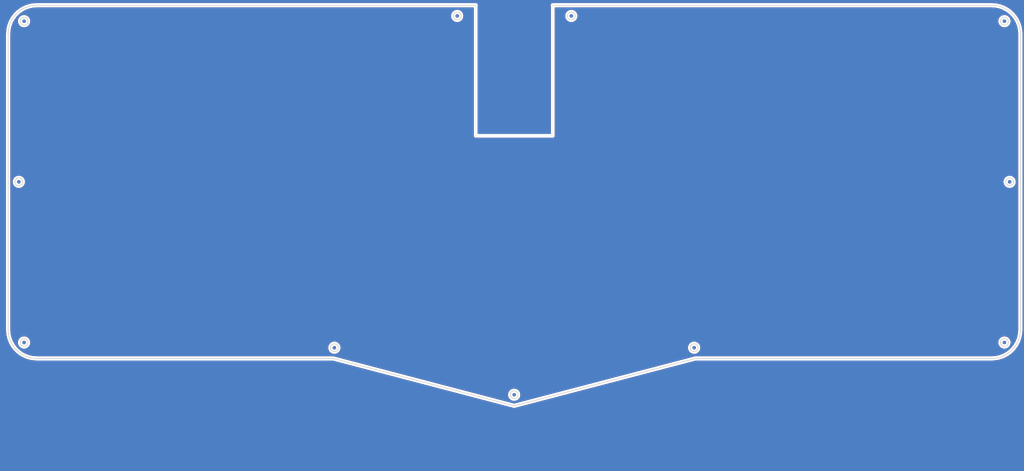
<source format=kicad_pcb>
(kicad_pcb (version 20171130) (host pcbnew "(5.1.0)-1")

  (general
    (thickness 1.6)
    (drawings 26)
    (tracks 0)
    (zones 0)
    (modules 0)
    (nets 1)
  )

  (page A3)
  (layers
    (0 F.Cu signal)
    (31 B.Cu signal)
    (32 B.Adhes user)
    (33 F.Adhes user)
    (34 B.Paste user)
    (35 F.Paste user)
    (36 B.SilkS user)
    (37 F.SilkS user)
    (38 B.Mask user)
    (39 F.Mask user)
    (40 Dwgs.User user)
    (41 Cmts.User user)
    (42 Eco1.User user)
    (43 Eco2.User user)
    (44 Edge.Cuts user)
    (45 Margin user)
    (46 B.CrtYd user)
    (47 F.CrtYd user)
    (48 B.Fab user)
    (49 F.Fab user)
  )

  (setup
    (last_trace_width 0.25)
    (trace_clearance 0.2)
    (zone_clearance 0.508)
    (zone_45_only no)
    (trace_min 0.2)
    (via_size 0.8)
    (via_drill 0.4)
    (via_min_size 0.4)
    (via_min_drill 0.3)
    (uvia_size 0.3)
    (uvia_drill 0.1)
    (uvias_allowed no)
    (uvia_min_size 0.2)
    (uvia_min_drill 0.1)
    (edge_width 0.05)
    (segment_width 0.2)
    (pcb_text_width 0.3)
    (pcb_text_size 1.5 1.5)
    (mod_edge_width 0.12)
    (mod_text_size 1 1)
    (mod_text_width 0.15)
    (pad_size 1.524 1.524)
    (pad_drill 0.762)
    (pad_to_mask_clearance 0.051)
    (solder_mask_min_width 0.25)
    (aux_axis_origin 0 0)
    (visible_elements 7FFFFFFF)
    (pcbplotparams
      (layerselection 0x010f0_ffffffff)
      (usegerberextensions false)
      (usegerberattributes false)
      (usegerberadvancedattributes false)
      (creategerberjobfile false)
      (excludeedgelayer true)
      (linewidth 0.150000)
      (plotframeref false)
      (viasonmask false)
      (mode 1)
      (useauxorigin false)
      (hpglpennumber 1)
      (hpglpenspeed 20)
      (hpglpendiameter 15.000000)
      (psnegative false)
      (psa4output false)
      (plotreference true)
      (plotvalue true)
      (plotinvisibletext false)
      (padsonsilk false)
      (subtractmaskfromsilk false)
      (outputformat 1)
      (mirror false)
      (drillshape 0)
      (scaleselection 1)
      (outputdirectory ""))
  )

  (net 0 "")

  (net_class Default "This is the default net class."
    (clearance 0.2)
    (trace_width 0.25)
    (via_dia 0.8)
    (via_drill 0.4)
    (uvia_dia 0.3)
    (uvia_drill 0.1)
  )

  (gr_line (start 144.001095 66.67528) (end 165.614295 66.67528) (layer Edge.Cuts) (width 0.05) (tstamp 5D14F68A))
  (gr_line (start 144.001095 30.044339) (end 144.001095 66.67528) (layer Edge.Cuts) (width 0.05))
  (gr_line (start 165.614295 30.044339) (end 165.614295 66.67528) (layer Edge.Cuts) (width 0.05))
  (gr_line (start 104.019646 129.110639) (end 21.001095 129.110639) (layer Edge.Cuts) (width 0.2))
  (gr_arc (start 21.001094 38.044338) (end 21.001095 30.044339) (angle -90) (layer Edge.Cuts) (width 0.2))
  (gr_circle (center 292.149828 34.508805) (end 293.249828 34.508805) (layer Edge.Cuts) (width 0.2))
  (gr_circle (center 170.795795 33.044339) (end 171.895795 33.044339) (layer Edge.Cuts) (width 0.2))
  (gr_line (start 296.614295 38.044339) (end 296.614295 121.110639) (layer Edge.Cuts) (width 0.2))
  (gr_line (start 288.614295 129.110639) (end 205.596166 129.110639) (layer Edge.Cuts) (width 0.2))
  (gr_line (start 154.781505 142.404782) (end 104.019646 129.110639) (layer Edge.Cuts) (width 0.2))
  (gr_line (start 13.001094 121.110639) (end 13.001094 38.044339) (layer Edge.Cuts) (width 0.2))
  (gr_circle (center 138.819696 33.044339) (end 139.919696 33.044339) (layer Edge.Cuts) (width 0.2))
  (gr_line (start 21.001095 30.044339) (end 144.001095 30.044339) (layer Edge.Cuts) (width 0.2))
  (gr_circle (center 17.465561 34.508805) (end 18.565561 34.508805) (layer Edge.Cuts) (width 0.2))
  (gr_arc (start 288.614295 121.110638) (end 288.614295 129.110639) (angle -90) (layer Edge.Cuts) (width 0.2))
  (gr_line (start 165.614295 30.044339) (end 288.614295 30.044339) (layer Edge.Cuts) (width 0.2))
  (gr_arc (start 21.001095 121.110639) (end 13.001095 121.110639) (angle -90) (layer Edge.Cuts) (width 0.2))
  (gr_arc (start 288.614295 38.044339) (end 296.614295 38.044339) (angle -90) (layer Edge.Cuts) (width 0.2))
  (gr_line (start 205.596166 129.110639) (end 154.781505 142.404782) (layer Edge.Cuts) (width 0.2))
  (gr_circle (center 16.001095 79.577489) (end 17.101094 79.577489) (layer Edge.Cuts) (width 0.2))
  (gr_circle (center 104.40597 126.110639) (end 105.50597 126.110639) (layer Edge.Cuts) (width 0.2))
  (gr_circle (center 17.465561 124.646172) (end 18.565561 124.646172) (layer Edge.Cuts) (width 0.2))
  (gr_circle (center 292.149828 124.646172) (end 293.249828 124.646172) (layer Edge.Cuts) (width 0.2))
  (gr_circle (center 205.21023 126.110639) (end 206.31023 126.110639) (layer Edge.Cuts) (width 0.2))
  (gr_circle (center 293.614295 79.577489) (end 294.714295 79.577489) (layer Edge.Cuts) (width 0.2))
  (gr_circle (center 154.7819 139.30371) (end 155.8819 139.30371) (layer Edge.Cuts) (width 0.2))

  (zone (net 0) (net_name "") (layer F.Cu) (tstamp 0) (hatch edge 0.508)
    (connect_pads (clearance 0.508))
    (min_thickness 0.254)
    (fill yes (arc_segments 32) (thermal_gap 0.508) (thermal_bridge_width 0.508))
    (polygon
      (pts
        (xy 297.6575 28.57512) (xy 10.71567 28.57512) (xy 10.71567 160.73505) (xy 297.6575 160.73505)
      )
    )
    (filled_polygon
      (pts
        (xy 297.5305 160.60805) (xy 10.84267 160.60805) (xy 10.84267 121.146743) (xy 12.266094 121.146743) (xy 12.266379 121.149636)
        (xy 12.267105 121.242071) (xy 12.268465 121.259355) (xy 12.268193 121.276686) (xy 12.269823 121.299718) (xy 12.367329 122.425536)
        (xy 12.37365 122.465444) (xy 12.378711 122.505506) (xy 12.383571 122.528079) (xy 12.638734 123.628926) (xy 12.65061 123.667528)
        (xy 12.66127 123.706495) (xy 12.669261 123.728158) (xy 13.076989 124.782069) (xy 13.094192 124.818627) (xy 13.11023 124.855688)
        (xy 13.121194 124.876009) (xy 13.673351 125.861958) (xy 13.695528 125.895719) (xy 13.716634 125.93016) (xy 13.730352 125.948734)
        (xy 14.415922 126.847045) (xy 14.442635 126.877345) (xy 14.468383 126.908469) (xy 14.484581 126.924924) (xy 15.289886 127.717677)
        (xy 15.320599 127.743908) (xy 15.350477 127.771095) (xy 15.368832 127.785103) (xy 16.277802 128.456478) (xy 16.31192 128.47813)
        (xy 16.345316 128.500826) (xy 16.365461 128.512108) (xy 17.35996 129.048711) (xy 17.396786 129.065339) (xy 17.43305 129.083104)
        (xy 17.454584 129.091436) (xy 18.51477 129.482559) (xy 18.553577 129.493834) (xy 18.591976 129.50631) (xy 18.614469 129.511524)
        (xy 19.719188 129.749364) (xy 19.75918 129.755055) (xy 19.79897 129.762) (xy 19.821974 129.763993) (xy 20.939134 129.843092)
        (xy 20.96499 129.845639) (xy 103.925 129.845639) (xy 154.532852 143.099449) (xy 154.539972 143.102726) (xy 154.602791 143.117765)
        (xy 154.63022 143.124949) (xy 154.637917 143.126175) (xy 154.680776 143.136436) (xy 154.709238 143.137536) (xy 154.737372 143.142018)
        (xy 154.781414 143.140327) (xy 154.825449 143.142029) (xy 154.853581 143.137555) (xy 154.882047 143.136462) (xy 154.92491 143.126212)
        (xy 154.932605 143.124988) (xy 154.960026 143.117814) (xy 155.02286 143.102788) (xy 155.029983 143.099512) (xy 205.690723 129.845639)
        (xy 288.6504 129.845639) (xy 288.653282 129.845355) (xy 288.745727 129.844629) (xy 288.763011 129.843269) (xy 288.780342 129.843541)
        (xy 288.803374 129.841911) (xy 289.929192 129.744405) (xy 289.9691 129.738084) (xy 290.009162 129.733023) (xy 290.031735 129.728163)
        (xy 291.132582 129.473) (xy 291.171187 129.461123) (xy 291.210151 129.450464) (xy 291.231814 129.442473) (xy 292.285726 129.034745)
        (xy 292.322277 129.017545) (xy 292.359346 129.001504) (xy 292.379666 128.99054) (xy 293.365614 128.438383) (xy 293.399372 128.416208)
        (xy 293.433817 128.3951) (xy 293.45239 128.381382) (xy 294.350703 127.695811) (xy 294.381005 127.669096) (xy 294.412126 127.64335)
        (xy 294.428581 127.627152) (xy 295.221332 126.821848) (xy 295.24756 126.79114) (xy 295.274751 126.761257) (xy 295.288759 126.742902)
        (xy 295.960135 125.833932) (xy 295.981781 125.799823) (xy 296.004483 125.766418) (xy 296.015766 125.746272) (xy 296.552368 124.751773)
        (xy 296.568994 124.714951) (xy 296.586761 124.678683) (xy 296.595093 124.657149) (xy 296.986216 123.596963) (xy 296.997491 123.558156)
        (xy 297.009967 123.519757) (xy 297.015181 123.497264) (xy 297.253021 122.392545) (xy 297.258712 122.352553) (xy 297.265657 122.312763)
        (xy 297.26765 122.289759) (xy 297.346752 121.172567) (xy 297.349295 121.146744) (xy 297.349295 38.008234) (xy 297.349011 38.005352)
        (xy 297.348285 37.912907) (xy 297.346925 37.895623) (xy 297.347197 37.878292) (xy 297.345567 37.85526) (xy 297.248061 36.729443)
        (xy 297.241741 36.689539) (xy 297.236679 36.649472) (xy 297.231819 36.626899) (xy 296.976656 35.526052) (xy 296.964782 35.487455)
        (xy 296.95412 35.448482) (xy 296.946128 35.42682) (xy 296.538401 34.372909) (xy 296.521201 34.336358) (xy 296.50516 34.299289)
        (xy 296.494196 34.278969) (xy 295.942039 33.29302) (xy 295.919864 33.259262) (xy 295.898756 33.224817) (xy 295.885038 33.206244)
        (xy 295.199468 32.307932) (xy 295.172744 32.277619) (xy 295.147008 32.24651) (xy 295.13081 32.230055) (xy 294.325504 31.437301)
        (xy 294.294775 31.411056) (xy 294.264912 31.383883) (xy 294.246557 31.369874) (xy 293.337588 30.6985) (xy 293.303484 30.676857)
        (xy 293.270074 30.654152) (xy 293.249928 30.642869) (xy 292.25543 30.106267) (xy 292.218616 30.089645) (xy 292.182341 30.071874)
        (xy 292.160806 30.063542) (xy 291.10062 29.672419) (xy 291.061824 29.661148) (xy 291.023414 29.648668) (xy 291.000921 29.643454)
        (xy 289.896202 29.405614) (xy 289.85621 29.399923) (xy 289.81642 29.392978) (xy 289.793416 29.390985) (xy 288.676256 29.311886)
        (xy 288.6504 29.309339) (xy 165.57819 29.309339) (xy 165.47021 29.319974) (xy 165.331662 29.362002) (xy 165.203975 29.430252)
        (xy 165.092057 29.522101) (xy 165.000208 29.634019) (xy 164.931958 29.761706) (xy 164.88993 29.900254) (xy 164.875739 30.044339)
        (xy 164.88993 30.188424) (xy 164.931958 30.326972) (xy 164.954295 30.368762) (xy 164.954296 66.01528) (xy 144.661095 66.01528)
        (xy 144.661095 30.368762) (xy 144.683432 30.326972) (xy 144.72546 30.188424) (xy 144.739651 30.044339) (xy 144.72546 29.900254)
        (xy 144.683432 29.761706) (xy 144.615182 29.634019) (xy 144.523333 29.522101) (xy 144.411415 29.430252) (xy 144.283728 29.362002)
        (xy 144.14518 29.319974) (xy 144.0372 29.309339) (xy 20.96499 29.309339) (xy 20.962108 29.309623) (xy 20.869663 29.310349)
        (xy 20.852379 29.311709) (xy 20.835048 29.311437) (xy 20.812016 29.313067) (xy 19.686199 29.410573) (xy 19.646299 29.416893)
        (xy 19.606227 29.421955) (xy 19.583655 29.426815) (xy 18.482809 29.681978) (xy 18.444196 29.693857) (xy 18.405241 29.704514)
        (xy 18.383578 29.712505) (xy 17.329665 30.120232) (xy 17.293104 30.137437) (xy 17.256045 30.153473) (xy 17.235724 30.164437)
        (xy 16.249777 30.716594) (xy 16.21601 30.738775) (xy 16.181575 30.759877) (xy 16.163002 30.773595) (xy 15.264688 31.459166)
        (xy 15.234386 31.485881) (xy 15.203265 31.511627) (xy 15.18681 31.527825) (xy 14.394058 32.333129) (xy 14.367812 32.363859)
        (xy 14.340641 32.39372) (xy 14.326632 32.412075) (xy 13.655256 33.321044) (xy 13.63361 33.355153) (xy 13.610908 33.388558)
        (xy 13.599625 33.408704) (xy 13.063022 34.403204) (xy 13.046397 34.440026) (xy 13.02863 34.476292) (xy 13.020298 34.497827)
        (xy 12.629175 35.558012) (xy 12.617904 35.596808) (xy 12.605424 35.635218) (xy 12.60021 35.657711) (xy 12.36237 36.76243)
        (xy 12.356679 36.802422) (xy 12.349734 36.842212) (xy 12.347741 36.865216) (xy 12.268641 37.982383) (xy 12.266095 38.008234)
        (xy 12.266094 121.146743) (xy 10.84267 121.146743) (xy 10.84267 28.70212) (xy 297.5305 28.70212)
      )
    )
    (filled_polygon
      (pts
        (xy 143.341096 66.642851) (xy 143.337902 66.67528) (xy 143.350645 66.804663) (xy 143.388385 66.929073) (xy 143.44967 67.04373)
        (xy 143.532147 67.144228) (xy 143.632645 67.226705) (xy 143.747302 67.28799) (xy 143.871712 67.32573) (xy 143.968676 67.33528)
        (xy 144.001095 67.338473) (xy 144.033514 67.33528) (xy 165.581876 67.33528) (xy 165.614295 67.338473) (xy 165.646714 67.33528)
        (xy 165.743678 67.32573) (xy 165.868088 67.28799) (xy 165.982745 67.226705) (xy 166.083243 67.144228) (xy 166.16572 67.04373)
        (xy 166.227005 66.929073) (xy 166.264745 66.804663) (xy 166.277488 66.67528) (xy 166.274295 66.642861) (xy 166.274295 33.070239)
        (xy 168.940976 33.070239) (xy 168.981331 33.430015) (xy 169.090799 33.775101) (xy 169.265209 34.092353) (xy 169.49792 34.369686)
        (xy 169.780065 34.596537) (xy 170.1009 34.764265) (xy 170.448203 34.866482) (xy 170.808745 34.899294) (xy 171.168795 34.861451)
        (xy 171.514636 34.754395) (xy 171.833098 34.582204) (xy 171.890514 34.534705) (xy 290.295009 34.534705) (xy 290.335364 34.894481)
        (xy 290.444832 35.239567) (xy 290.619242 35.556819) (xy 290.851953 35.834152) (xy 291.134098 36.061003) (xy 291.454933 36.228731)
        (xy 291.802236 36.330948) (xy 292.162778 36.36376) (xy 292.522828 36.325917) (xy 292.868669 36.218861) (xy 293.187131 36.04667)
        (xy 293.466082 35.815901) (xy 293.694897 35.535346) (xy 293.864861 35.215691) (xy 293.9695 34.86911) (xy 294.004828 34.508805)
        (xy 294.004105 34.45701) (xy 293.95873 34.097833) (xy 293.844455 33.754309) (xy 293.665632 33.439523) (xy 293.429072 33.165466)
        (xy 293.143787 32.942577) (xy 292.820642 32.779344) (xy 292.471945 32.681987) (xy 292.11098 32.654212) (xy 291.751494 32.697078)
        (xy 291.407181 32.808952) (xy 291.091154 32.985573) (xy 290.815453 33.220214) (xy 290.590577 33.503936) (xy 290.425093 33.825934)
        (xy 290.325303 34.173942) (xy 290.295009 34.534705) (xy 171.890514 34.534705) (xy 172.112049 34.351435) (xy 172.340864 34.07088)
        (xy 172.510828 33.751225) (xy 172.615467 33.404644) (xy 172.650795 33.044339) (xy 172.650072 32.992544) (xy 172.604697 32.633367)
        (xy 172.490422 32.289843) (xy 172.311599 31.975057) (xy 172.075039 31.701) (xy 171.789754 31.478111) (xy 171.466609 31.314878)
        (xy 171.117912 31.217521) (xy 170.756947 31.189746) (xy 170.397461 31.232612) (xy 170.053148 31.344486) (xy 169.737121 31.521107)
        (xy 169.46142 31.755748) (xy 169.236544 32.03947) (xy 169.07106 32.361468) (xy 168.97127 32.709476) (xy 168.940976 33.070239)
        (xy 166.274295 33.070239) (xy 166.274295 30.779339) (xy 288.588301 30.779339) (xy 289.637686 30.85364) (xy 290.640651 31.069573)
        (xy 291.603193 31.424673) (xy 292.50609 31.91185) (xy 293.331339 32.521388) (xy 294.062472 33.241125) (xy 294.684896 34.056695)
        (xy 295.186197 34.951835) (xy 295.556374 35.908682) (xy 295.788033 36.908126) (xy 295.878558 37.953338) (xy 295.879295 38.047184)
        (xy 295.879296 121.084644) (xy 295.804995 122.134029) (xy 295.589062 123.136994) (xy 295.233963 124.099534) (xy 294.746783 125.002436)
        (xy 294.137246 125.827683) (xy 293.417508 126.558817) (xy 292.601938 127.18124) (xy 291.7068 127.682541) (xy 290.749952 128.052718)
        (xy 289.750508 128.284377) (xy 288.705297 128.374902) (xy 288.61145 128.375639) (xy 205.610344 128.375639) (xy 205.552221 128.373392)
        (xy 205.50235 128.381323) (xy 205.452081 128.386274) (xy 205.396397 128.403166) (xy 154.781604 141.64502) (xy 145.940529 139.32961)
        (xy 152.927081 139.32961) (xy 152.967436 139.689386) (xy 153.076904 140.034472) (xy 153.251314 140.351724) (xy 153.484025 140.629057)
        (xy 153.76617 140.855908) (xy 154.087005 141.023636) (xy 154.434308 141.125853) (xy 154.79485 141.158665) (xy 155.1549 141.120822)
        (xy 155.500741 141.013766) (xy 155.819203 140.841575) (xy 156.098154 140.610806) (xy 156.326969 140.330251) (xy 156.496933 140.010596)
        (xy 156.601572 139.664015) (xy 156.6369 139.30371) (xy 156.636177 139.251915) (xy 156.590802 138.892738) (xy 156.476527 138.549214)
        (xy 156.297704 138.234428) (xy 156.061144 137.960371) (xy 155.775859 137.737482) (xy 155.452714 137.574249) (xy 155.104017 137.476892)
        (xy 154.743052 137.449117) (xy 154.383566 137.491983) (xy 154.039253 137.603857) (xy 153.723226 137.780478) (xy 153.447525 138.015119)
        (xy 153.222649 138.298841) (xy 153.057165 138.620839) (xy 152.957375 138.968847) (xy 152.927081 139.32961) (xy 145.940529 139.32961)
        (xy 104.219526 128.403199) (xy 104.163731 128.386274) (xy 104.113551 128.381332) (xy 104.063778 128.373403) (xy 104.005554 128.375639)
        (xy 21.027089 128.375639) (xy 19.977704 128.301338) (xy 18.974739 128.085405) (xy 18.012199 127.730306) (xy 17.109301 127.243129)
        (xy 16.284051 126.63359) (xy 15.552919 125.913853) (xy 14.930492 125.098279) (xy 14.691806 124.672072) (xy 15.610742 124.672072)
        (xy 15.651097 125.031848) (xy 15.760565 125.376934) (xy 15.934975 125.694186) (xy 16.167686 125.971519) (xy 16.449831 126.19837)
        (xy 16.770666 126.366098) (xy 17.117969 126.468315) (xy 17.478511 126.501127) (xy 17.838561 126.463284) (xy 18.184402 126.356228)
        (xy 18.502864 126.184037) (xy 18.560279 126.136539) (xy 102.551151 126.136539) (xy 102.591506 126.496315) (xy 102.700974 126.841401)
        (xy 102.875384 127.158653) (xy 103.108095 127.435986) (xy 103.39024 127.662837) (xy 103.711075 127.830565) (xy 104.058378 127.932782)
        (xy 104.41892 127.965594) (xy 104.77897 127.927751) (xy 105.124811 127.820695) (xy 105.443273 127.648504) (xy 105.722224 127.417735)
        (xy 105.951039 127.13718) (xy 106.121003 126.817525) (xy 106.225642 126.470944) (xy 106.25843 126.136539) (xy 203.355411 126.136539)
        (xy 203.395766 126.496315) (xy 203.505234 126.841401) (xy 203.679644 127.158653) (xy 203.912355 127.435986) (xy 204.1945 127.662837)
        (xy 204.515335 127.830565) (xy 204.862638 127.932782) (xy 205.22318 127.965594) (xy 205.58323 127.927751) (xy 205.929071 127.820695)
        (xy 206.247533 127.648504) (xy 206.526484 127.417735) (xy 206.755299 127.13718) (xy 206.925263 126.817525) (xy 207.029902 126.470944)
        (xy 207.06523 126.110639) (xy 207.064507 126.058844) (xy 207.019132 125.699667) (xy 206.904857 125.356143) (xy 206.726034 125.041357)
        (xy 206.489474 124.7673) (xy 206.367588 124.672072) (xy 290.295009 124.672072) (xy 290.335364 125.031848) (xy 290.444832 125.376934)
        (xy 290.619242 125.694186) (xy 290.851953 125.971519) (xy 291.134098 126.19837) (xy 291.454933 126.366098) (xy 291.802236 126.468315)
        (xy 292.162778 126.501127) (xy 292.522828 126.463284) (xy 292.868669 126.356228) (xy 293.187131 126.184037) (xy 293.466082 125.953268)
        (xy 293.694897 125.672713) (xy 293.864861 125.353058) (xy 293.9695 125.006477) (xy 294.004828 124.646172) (xy 294.004105 124.594377)
        (xy 293.95873 124.2352) (xy 293.844455 123.891676) (xy 293.665632 123.57689) (xy 293.429072 123.302833) (xy 293.143787 123.079944)
        (xy 292.820642 122.916711) (xy 292.471945 122.819354) (xy 292.11098 122.791579) (xy 291.751494 122.834445) (xy 291.407181 122.946319)
        (xy 291.091154 123.12294) (xy 290.815453 123.357581) (xy 290.590577 123.641303) (xy 290.425093 123.963301) (xy 290.325303 124.311309)
        (xy 290.295009 124.672072) (xy 206.367588 124.672072) (xy 206.204189 124.544411) (xy 205.881044 124.381178) (xy 205.532347 124.283821)
        (xy 205.171382 124.256046) (xy 204.811896 124.298912) (xy 204.467583 124.410786) (xy 204.151556 124.587407) (xy 203.875855 124.822048)
        (xy 203.650979 125.10577) (xy 203.485495 125.427768) (xy 203.385705 125.775776) (xy 203.355411 126.136539) (xy 106.25843 126.136539)
        (xy 106.26097 126.110639) (xy 106.260247 126.058844) (xy 106.214872 125.699667) (xy 106.100597 125.356143) (xy 105.921774 125.041357)
        (xy 105.685214 124.7673) (xy 105.399929 124.544411) (xy 105.076784 124.381178) (xy 104.728087 124.283821) (xy 104.367122 124.256046)
        (xy 104.007636 124.298912) (xy 103.663323 124.410786) (xy 103.347296 124.587407) (xy 103.071595 124.822048) (xy 102.846719 125.10577)
        (xy 102.681235 125.427768) (xy 102.581445 125.775776) (xy 102.551151 126.136539) (xy 18.560279 126.136539) (xy 18.781815 125.953268)
        (xy 19.01063 125.672713) (xy 19.180594 125.353058) (xy 19.285233 125.006477) (xy 19.320561 124.646172) (xy 19.319838 124.594377)
        (xy 19.274463 124.2352) (xy 19.160188 123.891676) (xy 18.981365 123.57689) (xy 18.744805 123.302833) (xy 18.45952 123.079944)
        (xy 18.136375 122.916711) (xy 17.787678 122.819354) (xy 17.426713 122.791579) (xy 17.067227 122.834445) (xy 16.722914 122.946319)
        (xy 16.406887 123.12294) (xy 16.131186 123.357581) (xy 15.90631 123.641303) (xy 15.740826 123.963301) (xy 15.641036 124.311309)
        (xy 15.610742 124.672072) (xy 14.691806 124.672072) (xy 14.42919 124.203138) (xy 14.059016 123.246296) (xy 13.827357 122.246852)
        (xy 13.736832 121.201641) (xy 13.736094 121.107667) (xy 13.736094 79.603389) (xy 14.146277 79.603389) (xy 14.186632 79.963165)
        (xy 14.2961 80.308251) (xy 14.47051 80.625502) (xy 14.70322 80.902835) (xy 14.985366 81.129686) (xy 15.3062 81.297414)
        (xy 15.653503 81.399631) (xy 16.014045 81.432443) (xy 16.374094 81.3946) (xy 16.719936 81.287544) (xy 17.038397 81.115353)
        (xy 17.317348 80.884585) (xy 17.546163 80.60403) (xy 17.716127 80.284374) (xy 17.820766 79.937794) (xy 17.853554 79.603389)
        (xy 291.759476 79.603389) (xy 291.799831 79.963165) (xy 291.909299 80.308251) (xy 292.083709 80.625503) (xy 292.31642 80.902836)
        (xy 292.598565 81.129687) (xy 292.9194 81.297415) (xy 293.266703 81.399632) (xy 293.627245 81.432444) (xy 293.987295 81.394601)
        (xy 294.333136 81.287545) (xy 294.651598 81.115354) (xy 294.930549 80.884585) (xy 295.159364 80.60403) (xy 295.329328 80.284375)
        (xy 295.433967 79.937794) (xy 295.469295 79.577489) (xy 295.468572 79.525694) (xy 295.423197 79.166517) (xy 295.308922 78.822993)
        (xy 295.130099 78.508207) (xy 294.893539 78.23415) (xy 294.608254 78.011261) (xy 294.285109 77.848028) (xy 293.936412 77.750671)
        (xy 293.575447 77.722896) (xy 293.215961 77.765762) (xy 292.871648 77.877636) (xy 292.555621 78.054257) (xy 292.27992 78.288898)
        (xy 292.055044 78.57262) (xy 291.88956 78.894618) (xy 291.78977 79.242626) (xy 291.759476 79.603389) (xy 17.853554 79.603389)
        (xy 17.856094 79.577489) (xy 17.855371 79.525694) (xy 17.809996 79.166517) (xy 17.695721 78.822993) (xy 17.516898 78.508208)
        (xy 17.280339 78.234151) (xy 16.995053 78.011262) (xy 16.671908 77.848029) (xy 16.323212 77.750672) (xy 15.962247 77.722897)
        (xy 15.602761 77.765763) (xy 15.258448 77.877637) (xy 14.942422 78.054258) (xy 14.66672 78.288898) (xy 14.441845 78.572621)
        (xy 14.276361 78.894618) (xy 14.176571 79.242626) (xy 14.146277 79.603389) (xy 13.736094 79.603389) (xy 13.736094 38.070346)
        (xy 13.810396 37.020946) (xy 14.026329 36.017982) (xy 14.381428 35.055442) (xy 14.662402 34.534705) (xy 15.610742 34.534705)
        (xy 15.651097 34.894481) (xy 15.760565 35.239567) (xy 15.934975 35.556819) (xy 16.167686 35.834152) (xy 16.449831 36.061003)
        (xy 16.770666 36.228731) (xy 17.117969 36.330948) (xy 17.478511 36.36376) (xy 17.838561 36.325917) (xy 18.184402 36.218861)
        (xy 18.502864 36.04667) (xy 18.781815 35.815901) (xy 19.01063 35.535346) (xy 19.180594 35.215691) (xy 19.285233 34.86911)
        (xy 19.320561 34.508805) (xy 19.319838 34.45701) (xy 19.274463 34.097833) (xy 19.160188 33.754309) (xy 18.981365 33.439523)
        (xy 18.744805 33.165466) (xy 18.62292 33.070239) (xy 136.964877 33.070239) (xy 137.005232 33.430015) (xy 137.1147 33.775101)
        (xy 137.28911 34.092353) (xy 137.521821 34.369686) (xy 137.803966 34.596537) (xy 138.124801 34.764265) (xy 138.472104 34.866482)
        (xy 138.832646 34.899294) (xy 139.192696 34.861451) (xy 139.538537 34.754395) (xy 139.856999 34.582204) (xy 140.13595 34.351435)
        (xy 140.364765 34.07088) (xy 140.534729 33.751225) (xy 140.639368 33.404644) (xy 140.674696 33.044339) (xy 140.673973 32.992544)
        (xy 140.628598 32.633367) (xy 140.514323 32.289843) (xy 140.3355 31.975057) (xy 140.09894 31.701) (xy 139.813655 31.478111)
        (xy 139.49051 31.314878) (xy 139.141813 31.217521) (xy 138.780848 31.189746) (xy 138.421362 31.232612) (xy 138.077049 31.344486)
        (xy 137.761022 31.521107) (xy 137.485321 31.755748) (xy 137.260445 32.03947) (xy 137.094961 32.361468) (xy 136.995171 32.709476)
        (xy 136.964877 33.070239) (xy 18.62292 33.070239) (xy 18.45952 32.942577) (xy 18.136375 32.779344) (xy 17.787678 32.681987)
        (xy 17.426713 32.654212) (xy 17.067227 32.697078) (xy 16.722914 32.808952) (xy 16.406887 32.985573) (xy 16.131186 33.220214)
        (xy 15.90631 33.503936) (xy 15.740826 33.825934) (xy 15.641036 34.173942) (xy 15.610742 34.534705) (xy 14.662402 34.534705)
        (xy 14.868606 34.152543) (xy 15.478148 33.327291) (xy 16.197877 32.596165) (xy 17.013456 31.973735) (xy 17.908591 31.472436)
        (xy 18.865439 31.10226) (xy 19.864882 30.870601) (xy 20.910094 30.780076) (xy 21.00394 30.779339) (xy 143.341095 30.779339)
      )
    )
    (filled_polygon
      (pts
        (xy 154.855293 138.946165) (xy 154.923343 138.96723) (xy 154.986005 139.001111) (xy 155.040893 139.046519) (xy 155.085916 139.101722)
        (xy 155.119359 139.164619) (xy 155.139949 139.232814) (xy 155.1469 139.30371) (xy 155.146758 139.313901) (xy 155.13783 139.384575)
        (xy 155.115344 139.452169) (xy 155.080158 139.514108) (xy 155.033611 139.568033) (xy 154.977477 139.61189) (xy 154.913893 139.644008)
        (xy 154.845282 139.663165) (xy 154.774256 139.66863) (xy 154.703522 139.660195) (xy 154.635773 139.638182) (xy 154.57359 139.603429)
        (xy 154.519341 139.55726) (xy 154.475093 139.501433) (xy 154.442532 139.438075) (xy 154.422896 139.369599) (xy 154.416936 139.298614)
        (xy 154.424876 139.227822) (xy 154.446416 139.159921) (xy 154.480734 139.097497) (xy 154.526523 139.042927) (xy 154.582039 138.998291)
        (xy 154.645169 138.965288) (xy 154.713506 138.945175) (xy 154.784448 138.938719)
      )
    )
    (filled_polygon
      (pts
        (xy 205.283623 125.753094) (xy 205.351673 125.774159) (xy 205.414335 125.80804) (xy 205.469223 125.853448) (xy 205.514246 125.908651)
        (xy 205.547689 125.971548) (xy 205.568279 126.039743) (xy 205.57523 126.110639) (xy 205.575088 126.12083) (xy 205.56616 126.191504)
        (xy 205.543674 126.259098) (xy 205.508488 126.321037) (xy 205.461941 126.374962) (xy 205.405807 126.418819) (xy 205.342223 126.450937)
        (xy 205.273612 126.470094) (xy 205.202586 126.475559) (xy 205.131852 126.467124) (xy 205.064103 126.445111) (xy 205.00192 126.410358)
        (xy 204.947671 126.364189) (xy 204.903423 126.308362) (xy 204.870862 126.245004) (xy 204.851226 126.176528) (xy 204.845266 126.105543)
        (xy 204.853206 126.034751) (xy 204.874746 125.96685) (xy 204.909064 125.904426) (xy 204.954853 125.849856) (xy 205.010369 125.80522)
        (xy 205.073499 125.772217) (xy 205.141836 125.752104) (xy 205.212778 125.745648)
      )
    )
    (filled_polygon
      (pts
        (xy 104.479363 125.753094) (xy 104.547413 125.774159) (xy 104.610075 125.80804) (xy 104.664963 125.853448) (xy 104.709986 125.908651)
        (xy 104.743429 125.971548) (xy 104.764019 126.039743) (xy 104.77097 126.110639) (xy 104.770828 126.12083) (xy 104.7619 126.191504)
        (xy 104.739414 126.259098) (xy 104.704228 126.321037) (xy 104.657681 126.374962) (xy 104.601547 126.418819) (xy 104.537963 126.450937)
        (xy 104.469352 126.470094) (xy 104.398326 126.475559) (xy 104.327592 126.467124) (xy 104.259843 126.445111) (xy 104.19766 126.410358)
        (xy 104.143411 126.364189) (xy 104.099163 126.308362) (xy 104.066602 126.245004) (xy 104.046966 126.176528) (xy 104.041006 126.105543)
        (xy 104.048946 126.034751) (xy 104.070486 125.96685) (xy 104.104804 125.904426) (xy 104.150593 125.849856) (xy 104.206109 125.80522)
        (xy 104.269239 125.772217) (xy 104.337576 125.752104) (xy 104.408518 125.745648)
      )
    )
    (filled_polygon
      (pts
        (xy 17.538954 124.288627) (xy 17.607004 124.309692) (xy 17.669666 124.343573) (xy 17.724554 124.388981) (xy 17.769577 124.444184)
        (xy 17.80302 124.507081) (xy 17.82361 124.575276) (xy 17.830561 124.646172) (xy 17.830419 124.656363) (xy 17.821491 124.727037)
        (xy 17.799005 124.794631) (xy 17.763819 124.85657) (xy 17.717272 124.910495) (xy 17.661138 124.954352) (xy 17.597554 124.98647)
        (xy 17.528943 125.005627) (xy 17.457917 125.011092) (xy 17.387183 125.002657) (xy 17.319434 124.980644) (xy 17.257251 124.945891)
        (xy 17.203002 124.899722) (xy 17.158754 124.843895) (xy 17.126193 124.780537) (xy 17.106557 124.712061) (xy 17.100597 124.641076)
        (xy 17.108537 124.570284) (xy 17.130077 124.502383) (xy 17.164395 124.439959) (xy 17.210184 124.385389) (xy 17.2657 124.340753)
        (xy 17.32883 124.30775) (xy 17.397167 124.287637) (xy 17.468109 124.281181)
      )
    )
    (filled_polygon
      (pts
        (xy 292.223221 124.288627) (xy 292.291271 124.309692) (xy 292.353933 124.343573) (xy 292.408821 124.388981) (xy 292.453844 124.444184)
        (xy 292.487287 124.507081) (xy 292.507877 124.575276) (xy 292.514828 124.646172) (xy 292.514686 124.656363) (xy 292.505758 124.727037)
        (xy 292.483272 124.794631) (xy 292.448086 124.85657) (xy 292.401539 124.910495) (xy 292.345405 124.954352) (xy 292.281821 124.98647)
        (xy 292.21321 125.005627) (xy 292.142184 125.011092) (xy 292.07145 125.002657) (xy 292.003701 124.980644) (xy 291.941518 124.945891)
        (xy 291.887269 124.899722) (xy 291.843021 124.843895) (xy 291.81046 124.780537) (xy 291.790824 124.712061) (xy 291.784864 124.641076)
        (xy 291.792804 124.570284) (xy 291.814344 124.502383) (xy 291.848662 124.439959) (xy 291.894451 124.385389) (xy 291.949967 124.340753)
        (xy 292.013097 124.30775) (xy 292.081434 124.287637) (xy 292.152376 124.281181)
      )
    )
    (filled_polygon
      (pts
        (xy 293.687688 79.219944) (xy 293.755738 79.241009) (xy 293.8184 79.27489) (xy 293.873288 79.320298) (xy 293.918311 79.375501)
        (xy 293.951754 79.438398) (xy 293.972344 79.506593) (xy 293.979295 79.577489) (xy 293.979153 79.58768) (xy 293.970225 79.658354)
        (xy 293.947739 79.725948) (xy 293.912553 79.787887) (xy 293.866006 79.841812) (xy 293.809872 79.885669) (xy 293.746288 79.917787)
        (xy 293.677677 79.936944) (xy 293.606651 79.942409) (xy 293.535917 79.933974) (xy 293.468168 79.911961) (xy 293.405985 79.877208)
        (xy 293.351736 79.831039) (xy 293.307488 79.775212) (xy 293.274927 79.711854) (xy 293.255291 79.643378) (xy 293.249331 79.572393)
        (xy 293.257271 79.501601) (xy 293.278811 79.4337) (xy 293.313129 79.371276) (xy 293.358918 79.316706) (xy 293.414434 79.27207)
        (xy 293.477564 79.239067) (xy 293.545901 79.218954) (xy 293.616843 79.212498)
      )
    )
    (filled_polygon
      (pts
        (xy 16.074488 79.219945) (xy 16.142538 79.24101) (xy 16.2052 79.274891) (xy 16.260088 79.320298) (xy 16.30511 79.375502)
        (xy 16.338553 79.438399) (xy 16.359143 79.506594) (xy 16.366094 79.577489) (xy 16.365952 79.58768) (xy 16.357024 79.658354)
        (xy 16.334538 79.725947) (xy 16.299352 79.787886) (xy 16.252805 79.841811) (xy 16.196671 79.885668) (xy 16.133088 79.917786)
        (xy 16.064476 79.936943) (xy 15.993451 79.942408) (xy 15.922717 79.933973) (xy 15.854968 79.91196) (xy 15.792785 79.877208)
        (xy 15.738537 79.831039) (xy 15.694289 79.775212) (xy 15.661728 79.711854) (xy 15.642092 79.643378) (xy 15.636132 79.572393)
        (xy 15.644072 79.501601) (xy 15.665612 79.433701) (xy 15.699929 79.371277) (xy 15.745719 79.316707) (xy 15.801235 79.272071)
        (xy 15.864364 79.239068) (xy 15.932701 79.218955) (xy 16.003643 79.212499)
      )
    )
    (filled_polygon
      (pts
        (xy 292.223221 34.15126) (xy 292.291271 34.172325) (xy 292.353933 34.206206) (xy 292.408821 34.251614) (xy 292.453844 34.306817)
        (xy 292.487287 34.369714) (xy 292.507877 34.437909) (xy 292.514828 34.508805) (xy 292.514686 34.518996) (xy 292.505758 34.58967)
        (xy 292.483272 34.657264) (xy 292.448086 34.719203) (xy 292.401539 34.773128) (xy 292.345405 34.816985) (xy 292.281821 34.849103)
        (xy 292.21321 34.86826) (xy 292.142184 34.873725) (xy 292.07145 34.86529) (xy 292.003701 34.843277) (xy 291.941518 34.808524)
        (xy 291.887269 34.762355) (xy 291.843021 34.706528) (xy 291.81046 34.64317) (xy 291.790824 34.574694) (xy 291.784864 34.503709)
        (xy 291.792804 34.432917) (xy 291.814344 34.365016) (xy 291.848662 34.302592) (xy 291.894451 34.248022) (xy 291.949967 34.203386)
        (xy 292.013097 34.170383) (xy 292.081434 34.15027) (xy 292.152376 34.143814)
      )
    )
    (filled_polygon
      (pts
        (xy 17.538954 34.15126) (xy 17.607004 34.172325) (xy 17.669666 34.206206) (xy 17.724554 34.251614) (xy 17.769577 34.306817)
        (xy 17.80302 34.369714) (xy 17.82361 34.437909) (xy 17.830561 34.508805) (xy 17.830419 34.518996) (xy 17.821491 34.58967)
        (xy 17.799005 34.657264) (xy 17.763819 34.719203) (xy 17.717272 34.773128) (xy 17.661138 34.816985) (xy 17.597554 34.849103)
        (xy 17.528943 34.86826) (xy 17.457917 34.873725) (xy 17.387183 34.86529) (xy 17.319434 34.843277) (xy 17.257251 34.808524)
        (xy 17.203002 34.762355) (xy 17.158754 34.706528) (xy 17.126193 34.64317) (xy 17.106557 34.574694) (xy 17.100597 34.503709)
        (xy 17.108537 34.432917) (xy 17.130077 34.365016) (xy 17.164395 34.302592) (xy 17.210184 34.248022) (xy 17.2657 34.203386)
        (xy 17.32883 34.170383) (xy 17.397167 34.15027) (xy 17.468109 34.143814)
      )
    )
    (filled_polygon
      (pts
        (xy 138.893089 32.686794) (xy 138.961139 32.707859) (xy 139.023801 32.74174) (xy 139.078689 32.787148) (xy 139.123712 32.842351)
        (xy 139.157155 32.905248) (xy 139.177745 32.973443) (xy 139.184696 33.044339) (xy 139.184554 33.05453) (xy 139.175626 33.125204)
        (xy 139.15314 33.192798) (xy 139.117954 33.254737) (xy 139.071407 33.308662) (xy 139.015273 33.352519) (xy 138.951689 33.384637)
        (xy 138.883078 33.403794) (xy 138.812052 33.409259) (xy 138.741318 33.400824) (xy 138.673569 33.378811) (xy 138.611386 33.344058)
        (xy 138.557137 33.297889) (xy 138.512889 33.242062) (xy 138.480328 33.178704) (xy 138.460692 33.110228) (xy 138.454732 33.039243)
        (xy 138.462672 32.968451) (xy 138.484212 32.90055) (xy 138.51853 32.838126) (xy 138.564319 32.783556) (xy 138.619835 32.73892)
        (xy 138.682965 32.705917) (xy 138.751302 32.685804) (xy 138.822244 32.679348)
      )
    )
    (filled_polygon
      (pts
        (xy 170.869188 32.686794) (xy 170.937238 32.707859) (xy 170.9999 32.74174) (xy 171.054788 32.787148) (xy 171.099811 32.842351)
        (xy 171.133254 32.905248) (xy 171.153844 32.973443) (xy 171.160795 33.044339) (xy 171.160653 33.05453) (xy 171.151725 33.125204)
        (xy 171.129239 33.192798) (xy 171.094053 33.254737) (xy 171.047506 33.308662) (xy 170.991372 33.352519) (xy 170.927788 33.384637)
        (xy 170.859177 33.403794) (xy 170.788151 33.409259) (xy 170.717417 33.400824) (xy 170.649668 33.378811) (xy 170.587485 33.344058)
        (xy 170.533236 33.297889) (xy 170.488988 33.242062) (xy 170.456427 33.178704) (xy 170.436791 33.110228) (xy 170.430831 33.039243)
        (xy 170.438771 32.968451) (xy 170.460311 32.90055) (xy 170.494629 32.838126) (xy 170.540418 32.783556) (xy 170.595934 32.73892)
        (xy 170.659064 32.705917) (xy 170.727401 32.685804) (xy 170.798343 32.679348)
      )
    )
  )
  (zone (net 0) (net_name "") (layer B.Cu) (tstamp 0) (hatch edge 0.508)
    (connect_pads (clearance 0.508))
    (min_thickness 0.254)
    (fill yes (arc_segments 32) (thermal_gap 0.508) (thermal_bridge_width 0.508))
    (polygon
      (pts
        (xy 297.6575 28.57512) (xy 297.6575 160.73505) (xy 10.71567 160.73505) (xy 10.71567 28.57512)
      )
    )
    (filled_polygon
      (pts
        (xy 297.5305 160.60805) (xy 10.84267 160.60805) (xy 10.84267 121.146743) (xy 12.266094 121.146743) (xy 12.266379 121.149636)
        (xy 12.267105 121.242071) (xy 12.268465 121.259355) (xy 12.268193 121.276686) (xy 12.269823 121.299718) (xy 12.367329 122.425536)
        (xy 12.37365 122.465444) (xy 12.378711 122.505506) (xy 12.383571 122.528079) (xy 12.638734 123.628926) (xy 12.65061 123.667528)
        (xy 12.66127 123.706495) (xy 12.669261 123.728158) (xy 13.076989 124.782069) (xy 13.094192 124.818627) (xy 13.11023 124.855688)
        (xy 13.121194 124.876009) (xy 13.673351 125.861958) (xy 13.695528 125.895719) (xy 13.716634 125.93016) (xy 13.730352 125.948734)
        (xy 14.415922 126.847045) (xy 14.442635 126.877345) (xy 14.468383 126.908469) (xy 14.484581 126.924924) (xy 15.289886 127.717677)
        (xy 15.320599 127.743908) (xy 15.350477 127.771095) (xy 15.368832 127.785103) (xy 16.277802 128.456478) (xy 16.31192 128.47813)
        (xy 16.345316 128.500826) (xy 16.365461 128.512108) (xy 17.35996 129.048711) (xy 17.396786 129.065339) (xy 17.43305 129.083104)
        (xy 17.454584 129.091436) (xy 18.51477 129.482559) (xy 18.553577 129.493834) (xy 18.591976 129.50631) (xy 18.614469 129.511524)
        (xy 19.719188 129.749364) (xy 19.75918 129.755055) (xy 19.79897 129.762) (xy 19.821974 129.763993) (xy 20.939134 129.843092)
        (xy 20.96499 129.845639) (xy 103.925 129.845639) (xy 154.532852 143.099449) (xy 154.539972 143.102726) (xy 154.602791 143.117765)
        (xy 154.63022 143.124949) (xy 154.637917 143.126175) (xy 154.680776 143.136436) (xy 154.709238 143.137536) (xy 154.737372 143.142018)
        (xy 154.781414 143.140327) (xy 154.825449 143.142029) (xy 154.853581 143.137555) (xy 154.882047 143.136462) (xy 154.92491 143.126212)
        (xy 154.932605 143.124988) (xy 154.960026 143.117814) (xy 155.02286 143.102788) (xy 155.029983 143.099512) (xy 205.690723 129.845639)
        (xy 288.6504 129.845639) (xy 288.653282 129.845355) (xy 288.745727 129.844629) (xy 288.763011 129.843269) (xy 288.780342 129.843541)
        (xy 288.803374 129.841911) (xy 289.929192 129.744405) (xy 289.9691 129.738084) (xy 290.009162 129.733023) (xy 290.031735 129.728163)
        (xy 291.132582 129.473) (xy 291.171187 129.461123) (xy 291.210151 129.450464) (xy 291.231814 129.442473) (xy 292.285726 129.034745)
        (xy 292.322277 129.017545) (xy 292.359346 129.001504) (xy 292.379666 128.99054) (xy 293.365614 128.438383) (xy 293.399372 128.416208)
        (xy 293.433817 128.3951) (xy 293.45239 128.381382) (xy 294.350703 127.695811) (xy 294.381005 127.669096) (xy 294.412126 127.64335)
        (xy 294.428581 127.627152) (xy 295.221332 126.821848) (xy 295.24756 126.79114) (xy 295.274751 126.761257) (xy 295.288759 126.742902)
        (xy 295.960135 125.833932) (xy 295.981781 125.799823) (xy 296.004483 125.766418) (xy 296.015766 125.746272) (xy 296.552368 124.751773)
        (xy 296.568994 124.714951) (xy 296.586761 124.678683) (xy 296.595093 124.657149) (xy 296.986216 123.596963) (xy 296.997491 123.558156)
        (xy 297.009967 123.519757) (xy 297.015181 123.497264) (xy 297.253021 122.392545) (xy 297.258712 122.352553) (xy 297.265657 122.312763)
        (xy 297.26765 122.289759) (xy 297.346752 121.172567) (xy 297.349295 121.146744) (xy 297.349295 38.008234) (xy 297.349011 38.005352)
        (xy 297.348285 37.912907) (xy 297.346925 37.895623) (xy 297.347197 37.878292) (xy 297.345567 37.85526) (xy 297.248061 36.729443)
        (xy 297.241741 36.689539) (xy 297.236679 36.649472) (xy 297.231819 36.626899) (xy 296.976656 35.526052) (xy 296.964782 35.487455)
        (xy 296.95412 35.448482) (xy 296.946128 35.42682) (xy 296.538401 34.372909) (xy 296.521201 34.336358) (xy 296.50516 34.299289)
        (xy 296.494196 34.278969) (xy 295.942039 33.29302) (xy 295.919864 33.259262) (xy 295.898756 33.224817) (xy 295.885038 33.206244)
        (xy 295.199468 32.307932) (xy 295.172744 32.277619) (xy 295.147008 32.24651) (xy 295.13081 32.230055) (xy 294.325504 31.437301)
        (xy 294.294775 31.411056) (xy 294.264912 31.383883) (xy 294.246557 31.369874) (xy 293.337588 30.6985) (xy 293.303484 30.676857)
        (xy 293.270074 30.654152) (xy 293.249928 30.642869) (xy 292.25543 30.106267) (xy 292.218616 30.089645) (xy 292.182341 30.071874)
        (xy 292.160806 30.063542) (xy 291.10062 29.672419) (xy 291.061824 29.661148) (xy 291.023414 29.648668) (xy 291.000921 29.643454)
        (xy 289.896202 29.405614) (xy 289.85621 29.399923) (xy 289.81642 29.392978) (xy 289.793416 29.390985) (xy 288.676256 29.311886)
        (xy 288.6504 29.309339) (xy 165.57819 29.309339) (xy 165.47021 29.319974) (xy 165.331662 29.362002) (xy 165.203975 29.430252)
        (xy 165.092057 29.522101) (xy 165.000208 29.634019) (xy 164.931958 29.761706) (xy 164.88993 29.900254) (xy 164.875739 30.044339)
        (xy 164.88993 30.188424) (xy 164.931958 30.326972) (xy 164.954295 30.368762) (xy 164.954296 66.01528) (xy 144.661095 66.01528)
        (xy 144.661095 30.368762) (xy 144.683432 30.326972) (xy 144.72546 30.188424) (xy 144.739651 30.044339) (xy 144.72546 29.900254)
        (xy 144.683432 29.761706) (xy 144.615182 29.634019) (xy 144.523333 29.522101) (xy 144.411415 29.430252) (xy 144.283728 29.362002)
        (xy 144.14518 29.319974) (xy 144.0372 29.309339) (xy 20.96499 29.309339) (xy 20.962108 29.309623) (xy 20.869663 29.310349)
        (xy 20.852379 29.311709) (xy 20.835048 29.311437) (xy 20.812016 29.313067) (xy 19.686199 29.410573) (xy 19.646299 29.416893)
        (xy 19.606227 29.421955) (xy 19.583655 29.426815) (xy 18.482809 29.681978) (xy 18.444196 29.693857) (xy 18.405241 29.704514)
        (xy 18.383578 29.712505) (xy 17.329665 30.120232) (xy 17.293104 30.137437) (xy 17.256045 30.153473) (xy 17.235724 30.164437)
        (xy 16.249777 30.716594) (xy 16.21601 30.738775) (xy 16.181575 30.759877) (xy 16.163002 30.773595) (xy 15.264688 31.459166)
        (xy 15.234386 31.485881) (xy 15.203265 31.511627) (xy 15.18681 31.527825) (xy 14.394058 32.333129) (xy 14.367812 32.363859)
        (xy 14.340641 32.39372) (xy 14.326632 32.412075) (xy 13.655256 33.321044) (xy 13.63361 33.355153) (xy 13.610908 33.388558)
        (xy 13.599625 33.408704) (xy 13.063022 34.403204) (xy 13.046397 34.440026) (xy 13.02863 34.476292) (xy 13.020298 34.497827)
        (xy 12.629175 35.558012) (xy 12.617904 35.596808) (xy 12.605424 35.635218) (xy 12.60021 35.657711) (xy 12.36237 36.76243)
        (xy 12.356679 36.802422) (xy 12.349734 36.842212) (xy 12.347741 36.865216) (xy 12.268641 37.982383) (xy 12.266095 38.008234)
        (xy 12.266094 121.146743) (xy 10.84267 121.146743) (xy 10.84267 28.70212) (xy 297.5305 28.70212)
      )
    )
    (filled_polygon
      (pts
        (xy 143.341096 66.642851) (xy 143.337902 66.67528) (xy 143.350645 66.804663) (xy 143.388385 66.929073) (xy 143.44967 67.04373)
        (xy 143.532147 67.144228) (xy 143.632645 67.226705) (xy 143.747302 67.28799) (xy 143.871712 67.32573) (xy 143.968676 67.33528)
        (xy 144.001095 67.338473) (xy 144.033514 67.33528) (xy 165.581876 67.33528) (xy 165.614295 67.338473) (xy 165.646714 67.33528)
        (xy 165.743678 67.32573) (xy 165.868088 67.28799) (xy 165.982745 67.226705) (xy 166.083243 67.144228) (xy 166.16572 67.04373)
        (xy 166.227005 66.929073) (xy 166.264745 66.804663) (xy 166.277488 66.67528) (xy 166.274295 66.642861) (xy 166.274295 33.070239)
        (xy 168.940976 33.070239) (xy 168.981331 33.430015) (xy 169.090799 33.775101) (xy 169.265209 34.092353) (xy 169.49792 34.369686)
        (xy 169.780065 34.596537) (xy 170.1009 34.764265) (xy 170.448203 34.866482) (xy 170.808745 34.899294) (xy 171.168795 34.861451)
        (xy 171.514636 34.754395) (xy 171.833098 34.582204) (xy 171.890514 34.534705) (xy 290.295009 34.534705) (xy 290.335364 34.894481)
        (xy 290.444832 35.239567) (xy 290.619242 35.556819) (xy 290.851953 35.834152) (xy 291.134098 36.061003) (xy 291.454933 36.228731)
        (xy 291.802236 36.330948) (xy 292.162778 36.36376) (xy 292.522828 36.325917) (xy 292.868669 36.218861) (xy 293.187131 36.04667)
        (xy 293.466082 35.815901) (xy 293.694897 35.535346) (xy 293.864861 35.215691) (xy 293.9695 34.86911) (xy 294.004828 34.508805)
        (xy 294.004105 34.45701) (xy 293.95873 34.097833) (xy 293.844455 33.754309) (xy 293.665632 33.439523) (xy 293.429072 33.165466)
        (xy 293.143787 32.942577) (xy 292.820642 32.779344) (xy 292.471945 32.681987) (xy 292.11098 32.654212) (xy 291.751494 32.697078)
        (xy 291.407181 32.808952) (xy 291.091154 32.985573) (xy 290.815453 33.220214) (xy 290.590577 33.503936) (xy 290.425093 33.825934)
        (xy 290.325303 34.173942) (xy 290.295009 34.534705) (xy 171.890514 34.534705) (xy 172.112049 34.351435) (xy 172.340864 34.07088)
        (xy 172.510828 33.751225) (xy 172.615467 33.404644) (xy 172.650795 33.044339) (xy 172.650072 32.992544) (xy 172.604697 32.633367)
        (xy 172.490422 32.289843) (xy 172.311599 31.975057) (xy 172.075039 31.701) (xy 171.789754 31.478111) (xy 171.466609 31.314878)
        (xy 171.117912 31.217521) (xy 170.756947 31.189746) (xy 170.397461 31.232612) (xy 170.053148 31.344486) (xy 169.737121 31.521107)
        (xy 169.46142 31.755748) (xy 169.236544 32.03947) (xy 169.07106 32.361468) (xy 168.97127 32.709476) (xy 168.940976 33.070239)
        (xy 166.274295 33.070239) (xy 166.274295 30.779339) (xy 288.588301 30.779339) (xy 289.637686 30.85364) (xy 290.640651 31.069573)
        (xy 291.603193 31.424673) (xy 292.50609 31.91185) (xy 293.331339 32.521388) (xy 294.062472 33.241125) (xy 294.684896 34.056695)
        (xy 295.186197 34.951835) (xy 295.556374 35.908682) (xy 295.788033 36.908126) (xy 295.878558 37.953338) (xy 295.879295 38.047184)
        (xy 295.879296 121.084644) (xy 295.804995 122.134029) (xy 295.589062 123.136994) (xy 295.233963 124.099534) (xy 294.746783 125.002436)
        (xy 294.137246 125.827683) (xy 293.417508 126.558817) (xy 292.601938 127.18124) (xy 291.7068 127.682541) (xy 290.749952 128.052718)
        (xy 289.750508 128.284377) (xy 288.705297 128.374902) (xy 288.61145 128.375639) (xy 205.610344 128.375639) (xy 205.552221 128.373392)
        (xy 205.50235 128.381323) (xy 205.452081 128.386274) (xy 205.396397 128.403166) (xy 154.781604 141.64502) (xy 145.940529 139.32961)
        (xy 152.927081 139.32961) (xy 152.967436 139.689386) (xy 153.076904 140.034472) (xy 153.251314 140.351724) (xy 153.484025 140.629057)
        (xy 153.76617 140.855908) (xy 154.087005 141.023636) (xy 154.434308 141.125853) (xy 154.79485 141.158665) (xy 155.1549 141.120822)
        (xy 155.500741 141.013766) (xy 155.819203 140.841575) (xy 156.098154 140.610806) (xy 156.326969 140.330251) (xy 156.496933 140.010596)
        (xy 156.601572 139.664015) (xy 156.6369 139.30371) (xy 156.636177 139.251915) (xy 156.590802 138.892738) (xy 156.476527 138.549214)
        (xy 156.297704 138.234428) (xy 156.061144 137.960371) (xy 155.775859 137.737482) (xy 155.452714 137.574249) (xy 155.104017 137.476892)
        (xy 154.743052 137.449117) (xy 154.383566 137.491983) (xy 154.039253 137.603857) (xy 153.723226 137.780478) (xy 153.447525 138.015119)
        (xy 153.222649 138.298841) (xy 153.057165 138.620839) (xy 152.957375 138.968847) (xy 152.927081 139.32961) (xy 145.940529 139.32961)
        (xy 104.219526 128.403199) (xy 104.163731 128.386274) (xy 104.113551 128.381332) (xy 104.063778 128.373403) (xy 104.005554 128.375639)
        (xy 21.027089 128.375639) (xy 19.977704 128.301338) (xy 18.974739 128.085405) (xy 18.012199 127.730306) (xy 17.109301 127.243129)
        (xy 16.284051 126.63359) (xy 15.552919 125.913853) (xy 14.930492 125.098279) (xy 14.691806 124.672072) (xy 15.610742 124.672072)
        (xy 15.651097 125.031848) (xy 15.760565 125.376934) (xy 15.934975 125.694186) (xy 16.167686 125.971519) (xy 16.449831 126.19837)
        (xy 16.770666 126.366098) (xy 17.117969 126.468315) (xy 17.478511 126.501127) (xy 17.838561 126.463284) (xy 18.184402 126.356228)
        (xy 18.502864 126.184037) (xy 18.560279 126.136539) (xy 102.551151 126.136539) (xy 102.591506 126.496315) (xy 102.700974 126.841401)
        (xy 102.875384 127.158653) (xy 103.108095 127.435986) (xy 103.39024 127.662837) (xy 103.711075 127.830565) (xy 104.058378 127.932782)
        (xy 104.41892 127.965594) (xy 104.77897 127.927751) (xy 105.124811 127.820695) (xy 105.443273 127.648504) (xy 105.722224 127.417735)
        (xy 105.951039 127.13718) (xy 106.121003 126.817525) (xy 106.225642 126.470944) (xy 106.25843 126.136539) (xy 203.355411 126.136539)
        (xy 203.395766 126.496315) (xy 203.505234 126.841401) (xy 203.679644 127.158653) (xy 203.912355 127.435986) (xy 204.1945 127.662837)
        (xy 204.515335 127.830565) (xy 204.862638 127.932782) (xy 205.22318 127.965594) (xy 205.58323 127.927751) (xy 205.929071 127.820695)
        (xy 206.247533 127.648504) (xy 206.526484 127.417735) (xy 206.755299 127.13718) (xy 206.925263 126.817525) (xy 207.029902 126.470944)
        (xy 207.06523 126.110639) (xy 207.064507 126.058844) (xy 207.019132 125.699667) (xy 206.904857 125.356143) (xy 206.726034 125.041357)
        (xy 206.489474 124.7673) (xy 206.367588 124.672072) (xy 290.295009 124.672072) (xy 290.335364 125.031848) (xy 290.444832 125.376934)
        (xy 290.619242 125.694186) (xy 290.851953 125.971519) (xy 291.134098 126.19837) (xy 291.454933 126.366098) (xy 291.802236 126.468315)
        (xy 292.162778 126.501127) (xy 292.522828 126.463284) (xy 292.868669 126.356228) (xy 293.187131 126.184037) (xy 293.466082 125.953268)
        (xy 293.694897 125.672713) (xy 293.864861 125.353058) (xy 293.9695 125.006477) (xy 294.004828 124.646172) (xy 294.004105 124.594377)
        (xy 293.95873 124.2352) (xy 293.844455 123.891676) (xy 293.665632 123.57689) (xy 293.429072 123.302833) (xy 293.143787 123.079944)
        (xy 292.820642 122.916711) (xy 292.471945 122.819354) (xy 292.11098 122.791579) (xy 291.751494 122.834445) (xy 291.407181 122.946319)
        (xy 291.091154 123.12294) (xy 290.815453 123.357581) (xy 290.590577 123.641303) (xy 290.425093 123.963301) (xy 290.325303 124.311309)
        (xy 290.295009 124.672072) (xy 206.367588 124.672072) (xy 206.204189 124.544411) (xy 205.881044 124.381178) (xy 205.532347 124.283821)
        (xy 205.171382 124.256046) (xy 204.811896 124.298912) (xy 204.467583 124.410786) (xy 204.151556 124.587407) (xy 203.875855 124.822048)
        (xy 203.650979 125.10577) (xy 203.485495 125.427768) (xy 203.385705 125.775776) (xy 203.355411 126.136539) (xy 106.25843 126.136539)
        (xy 106.26097 126.110639) (xy 106.260247 126.058844) (xy 106.214872 125.699667) (xy 106.100597 125.356143) (xy 105.921774 125.041357)
        (xy 105.685214 124.7673) (xy 105.399929 124.544411) (xy 105.076784 124.381178) (xy 104.728087 124.283821) (xy 104.367122 124.256046)
        (xy 104.007636 124.298912) (xy 103.663323 124.410786) (xy 103.347296 124.587407) (xy 103.071595 124.822048) (xy 102.846719 125.10577)
        (xy 102.681235 125.427768) (xy 102.581445 125.775776) (xy 102.551151 126.136539) (xy 18.560279 126.136539) (xy 18.781815 125.953268)
        (xy 19.01063 125.672713) (xy 19.180594 125.353058) (xy 19.285233 125.006477) (xy 19.320561 124.646172) (xy 19.319838 124.594377)
        (xy 19.274463 124.2352) (xy 19.160188 123.891676) (xy 18.981365 123.57689) (xy 18.744805 123.302833) (xy 18.45952 123.079944)
        (xy 18.136375 122.916711) (xy 17.787678 122.819354) (xy 17.426713 122.791579) (xy 17.067227 122.834445) (xy 16.722914 122.946319)
        (xy 16.406887 123.12294) (xy 16.131186 123.357581) (xy 15.90631 123.641303) (xy 15.740826 123.963301) (xy 15.641036 124.311309)
        (xy 15.610742 124.672072) (xy 14.691806 124.672072) (xy 14.42919 124.203138) (xy 14.059016 123.246296) (xy 13.827357 122.246852)
        (xy 13.736832 121.201641) (xy 13.736094 121.107667) (xy 13.736094 79.603389) (xy 14.146277 79.603389) (xy 14.186632 79.963165)
        (xy 14.2961 80.308251) (xy 14.47051 80.625502) (xy 14.70322 80.902835) (xy 14.985366 81.129686) (xy 15.3062 81.297414)
        (xy 15.653503 81.399631) (xy 16.014045 81.432443) (xy 16.374094 81.3946) (xy 16.719936 81.287544) (xy 17.038397 81.115353)
        (xy 17.317348 80.884585) (xy 17.546163 80.60403) (xy 17.716127 80.284374) (xy 17.820766 79.937794) (xy 17.853554 79.603389)
        (xy 291.759476 79.603389) (xy 291.799831 79.963165) (xy 291.909299 80.308251) (xy 292.083709 80.625503) (xy 292.31642 80.902836)
        (xy 292.598565 81.129687) (xy 292.9194 81.297415) (xy 293.266703 81.399632) (xy 293.627245 81.432444) (xy 293.987295 81.394601)
        (xy 294.333136 81.287545) (xy 294.651598 81.115354) (xy 294.930549 80.884585) (xy 295.159364 80.60403) (xy 295.329328 80.284375)
        (xy 295.433967 79.937794) (xy 295.469295 79.577489) (xy 295.468572 79.525694) (xy 295.423197 79.166517) (xy 295.308922 78.822993)
        (xy 295.130099 78.508207) (xy 294.893539 78.23415) (xy 294.608254 78.011261) (xy 294.285109 77.848028) (xy 293.936412 77.750671)
        (xy 293.575447 77.722896) (xy 293.215961 77.765762) (xy 292.871648 77.877636) (xy 292.555621 78.054257) (xy 292.27992 78.288898)
        (xy 292.055044 78.57262) (xy 291.88956 78.894618) (xy 291.78977 79.242626) (xy 291.759476 79.603389) (xy 17.853554 79.603389)
        (xy 17.856094 79.577489) (xy 17.855371 79.525694) (xy 17.809996 79.166517) (xy 17.695721 78.822993) (xy 17.516898 78.508208)
        (xy 17.280339 78.234151) (xy 16.995053 78.011262) (xy 16.671908 77.848029) (xy 16.323212 77.750672) (xy 15.962247 77.722897)
        (xy 15.602761 77.765763) (xy 15.258448 77.877637) (xy 14.942422 78.054258) (xy 14.66672 78.288898) (xy 14.441845 78.572621)
        (xy 14.276361 78.894618) (xy 14.176571 79.242626) (xy 14.146277 79.603389) (xy 13.736094 79.603389) (xy 13.736094 38.070346)
        (xy 13.810396 37.020946) (xy 14.026329 36.017982) (xy 14.381428 35.055442) (xy 14.662402 34.534705) (xy 15.610742 34.534705)
        (xy 15.651097 34.894481) (xy 15.760565 35.239567) (xy 15.934975 35.556819) (xy 16.167686 35.834152) (xy 16.449831 36.061003)
        (xy 16.770666 36.228731) (xy 17.117969 36.330948) (xy 17.478511 36.36376) (xy 17.838561 36.325917) (xy 18.184402 36.218861)
        (xy 18.502864 36.04667) (xy 18.781815 35.815901) (xy 19.01063 35.535346) (xy 19.180594 35.215691) (xy 19.285233 34.86911)
        (xy 19.320561 34.508805) (xy 19.319838 34.45701) (xy 19.274463 34.097833) (xy 19.160188 33.754309) (xy 18.981365 33.439523)
        (xy 18.744805 33.165466) (xy 18.62292 33.070239) (xy 136.964877 33.070239) (xy 137.005232 33.430015) (xy 137.1147 33.775101)
        (xy 137.28911 34.092353) (xy 137.521821 34.369686) (xy 137.803966 34.596537) (xy 138.124801 34.764265) (xy 138.472104 34.866482)
        (xy 138.832646 34.899294) (xy 139.192696 34.861451) (xy 139.538537 34.754395) (xy 139.856999 34.582204) (xy 140.13595 34.351435)
        (xy 140.364765 34.07088) (xy 140.534729 33.751225) (xy 140.639368 33.404644) (xy 140.674696 33.044339) (xy 140.673973 32.992544)
        (xy 140.628598 32.633367) (xy 140.514323 32.289843) (xy 140.3355 31.975057) (xy 140.09894 31.701) (xy 139.813655 31.478111)
        (xy 139.49051 31.314878) (xy 139.141813 31.217521) (xy 138.780848 31.189746) (xy 138.421362 31.232612) (xy 138.077049 31.344486)
        (xy 137.761022 31.521107) (xy 137.485321 31.755748) (xy 137.260445 32.03947) (xy 137.094961 32.361468) (xy 136.995171 32.709476)
        (xy 136.964877 33.070239) (xy 18.62292 33.070239) (xy 18.45952 32.942577) (xy 18.136375 32.779344) (xy 17.787678 32.681987)
        (xy 17.426713 32.654212) (xy 17.067227 32.697078) (xy 16.722914 32.808952) (xy 16.406887 32.985573) (xy 16.131186 33.220214)
        (xy 15.90631 33.503936) (xy 15.740826 33.825934) (xy 15.641036 34.173942) (xy 15.610742 34.534705) (xy 14.662402 34.534705)
        (xy 14.868606 34.152543) (xy 15.478148 33.327291) (xy 16.197877 32.596165) (xy 17.013456 31.973735) (xy 17.908591 31.472436)
        (xy 18.865439 31.10226) (xy 19.864882 30.870601) (xy 20.910094 30.780076) (xy 21.00394 30.779339) (xy 143.341095 30.779339)
      )
    )
    (filled_polygon
      (pts
        (xy 154.855293 138.946165) (xy 154.923343 138.96723) (xy 154.986005 139.001111) (xy 155.040893 139.046519) (xy 155.085916 139.101722)
        (xy 155.119359 139.164619) (xy 155.139949 139.232814) (xy 155.1469 139.30371) (xy 155.146758 139.313901) (xy 155.13783 139.384575)
        (xy 155.115344 139.452169) (xy 155.080158 139.514108) (xy 155.033611 139.568033) (xy 154.977477 139.61189) (xy 154.913893 139.644008)
        (xy 154.845282 139.663165) (xy 154.774256 139.66863) (xy 154.703522 139.660195) (xy 154.635773 139.638182) (xy 154.57359 139.603429)
        (xy 154.519341 139.55726) (xy 154.475093 139.501433) (xy 154.442532 139.438075) (xy 154.422896 139.369599) (xy 154.416936 139.298614)
        (xy 154.424876 139.227822) (xy 154.446416 139.159921) (xy 154.480734 139.097497) (xy 154.526523 139.042927) (xy 154.582039 138.998291)
        (xy 154.645169 138.965288) (xy 154.713506 138.945175) (xy 154.784448 138.938719)
      )
    )
    (filled_polygon
      (pts
        (xy 205.283623 125.753094) (xy 205.351673 125.774159) (xy 205.414335 125.80804) (xy 205.469223 125.853448) (xy 205.514246 125.908651)
        (xy 205.547689 125.971548) (xy 205.568279 126.039743) (xy 205.57523 126.110639) (xy 205.575088 126.12083) (xy 205.56616 126.191504)
        (xy 205.543674 126.259098) (xy 205.508488 126.321037) (xy 205.461941 126.374962) (xy 205.405807 126.418819) (xy 205.342223 126.450937)
        (xy 205.273612 126.470094) (xy 205.202586 126.475559) (xy 205.131852 126.467124) (xy 205.064103 126.445111) (xy 205.00192 126.410358)
        (xy 204.947671 126.364189) (xy 204.903423 126.308362) (xy 204.870862 126.245004) (xy 204.851226 126.176528) (xy 204.845266 126.105543)
        (xy 204.853206 126.034751) (xy 204.874746 125.96685) (xy 204.909064 125.904426) (xy 204.954853 125.849856) (xy 205.010369 125.80522)
        (xy 205.073499 125.772217) (xy 205.141836 125.752104) (xy 205.212778 125.745648)
      )
    )
    (filled_polygon
      (pts
        (xy 104.479363 125.753094) (xy 104.547413 125.774159) (xy 104.610075 125.80804) (xy 104.664963 125.853448) (xy 104.709986 125.908651)
        (xy 104.743429 125.971548) (xy 104.764019 126.039743) (xy 104.77097 126.110639) (xy 104.770828 126.12083) (xy 104.7619 126.191504)
        (xy 104.739414 126.259098) (xy 104.704228 126.321037) (xy 104.657681 126.374962) (xy 104.601547 126.418819) (xy 104.537963 126.450937)
        (xy 104.469352 126.470094) (xy 104.398326 126.475559) (xy 104.327592 126.467124) (xy 104.259843 126.445111) (xy 104.19766 126.410358)
        (xy 104.143411 126.364189) (xy 104.099163 126.308362) (xy 104.066602 126.245004) (xy 104.046966 126.176528) (xy 104.041006 126.105543)
        (xy 104.048946 126.034751) (xy 104.070486 125.96685) (xy 104.104804 125.904426) (xy 104.150593 125.849856) (xy 104.206109 125.80522)
        (xy 104.269239 125.772217) (xy 104.337576 125.752104) (xy 104.408518 125.745648)
      )
    )
    (filled_polygon
      (pts
        (xy 17.538954 124.288627) (xy 17.607004 124.309692) (xy 17.669666 124.343573) (xy 17.724554 124.388981) (xy 17.769577 124.444184)
        (xy 17.80302 124.507081) (xy 17.82361 124.575276) (xy 17.830561 124.646172) (xy 17.830419 124.656363) (xy 17.821491 124.727037)
        (xy 17.799005 124.794631) (xy 17.763819 124.85657) (xy 17.717272 124.910495) (xy 17.661138 124.954352) (xy 17.597554 124.98647)
        (xy 17.528943 125.005627) (xy 17.457917 125.011092) (xy 17.387183 125.002657) (xy 17.319434 124.980644) (xy 17.257251 124.945891)
        (xy 17.203002 124.899722) (xy 17.158754 124.843895) (xy 17.126193 124.780537) (xy 17.106557 124.712061) (xy 17.100597 124.641076)
        (xy 17.108537 124.570284) (xy 17.130077 124.502383) (xy 17.164395 124.439959) (xy 17.210184 124.385389) (xy 17.2657 124.340753)
        (xy 17.32883 124.30775) (xy 17.397167 124.287637) (xy 17.468109 124.281181)
      )
    )
    (filled_polygon
      (pts
        (xy 292.223221 124.288627) (xy 292.291271 124.309692) (xy 292.353933 124.343573) (xy 292.408821 124.388981) (xy 292.453844 124.444184)
        (xy 292.487287 124.507081) (xy 292.507877 124.575276) (xy 292.514828 124.646172) (xy 292.514686 124.656363) (xy 292.505758 124.727037)
        (xy 292.483272 124.794631) (xy 292.448086 124.85657) (xy 292.401539 124.910495) (xy 292.345405 124.954352) (xy 292.281821 124.98647)
        (xy 292.21321 125.005627) (xy 292.142184 125.011092) (xy 292.07145 125.002657) (xy 292.003701 124.980644) (xy 291.941518 124.945891)
        (xy 291.887269 124.899722) (xy 291.843021 124.843895) (xy 291.81046 124.780537) (xy 291.790824 124.712061) (xy 291.784864 124.641076)
        (xy 291.792804 124.570284) (xy 291.814344 124.502383) (xy 291.848662 124.439959) (xy 291.894451 124.385389) (xy 291.949967 124.340753)
        (xy 292.013097 124.30775) (xy 292.081434 124.287637) (xy 292.152376 124.281181)
      )
    )
    (filled_polygon
      (pts
        (xy 293.687688 79.219944) (xy 293.755738 79.241009) (xy 293.8184 79.27489) (xy 293.873288 79.320298) (xy 293.918311 79.375501)
        (xy 293.951754 79.438398) (xy 293.972344 79.506593) (xy 293.979295 79.577489) (xy 293.979153 79.58768) (xy 293.970225 79.658354)
        (xy 293.947739 79.725948) (xy 293.912553 79.787887) (xy 293.866006 79.841812) (xy 293.809872 79.885669) (xy 293.746288 79.917787)
        (xy 293.677677 79.936944) (xy 293.606651 79.942409) (xy 293.535917 79.933974) (xy 293.468168 79.911961) (xy 293.405985 79.877208)
        (xy 293.351736 79.831039) (xy 293.307488 79.775212) (xy 293.274927 79.711854) (xy 293.255291 79.643378) (xy 293.249331 79.572393)
        (xy 293.257271 79.501601) (xy 293.278811 79.4337) (xy 293.313129 79.371276) (xy 293.358918 79.316706) (xy 293.414434 79.27207)
        (xy 293.477564 79.239067) (xy 293.545901 79.218954) (xy 293.616843 79.212498)
      )
    )
    (filled_polygon
      (pts
        (xy 16.074488 79.219945) (xy 16.142538 79.24101) (xy 16.2052 79.274891) (xy 16.260088 79.320298) (xy 16.30511 79.375502)
        (xy 16.338553 79.438399) (xy 16.359143 79.506594) (xy 16.366094 79.577489) (xy 16.365952 79.58768) (xy 16.357024 79.658354)
        (xy 16.334538 79.725947) (xy 16.299352 79.787886) (xy 16.252805 79.841811) (xy 16.196671 79.885668) (xy 16.133088 79.917786)
        (xy 16.064476 79.936943) (xy 15.993451 79.942408) (xy 15.922717 79.933973) (xy 15.854968 79.91196) (xy 15.792785 79.877208)
        (xy 15.738537 79.831039) (xy 15.694289 79.775212) (xy 15.661728 79.711854) (xy 15.642092 79.643378) (xy 15.636132 79.572393)
        (xy 15.644072 79.501601) (xy 15.665612 79.433701) (xy 15.699929 79.371277) (xy 15.745719 79.316707) (xy 15.801235 79.272071)
        (xy 15.864364 79.239068) (xy 15.932701 79.218955) (xy 16.003643 79.212499)
      )
    )
    (filled_polygon
      (pts
        (xy 292.223221 34.15126) (xy 292.291271 34.172325) (xy 292.353933 34.206206) (xy 292.408821 34.251614) (xy 292.453844 34.306817)
        (xy 292.487287 34.369714) (xy 292.507877 34.437909) (xy 292.514828 34.508805) (xy 292.514686 34.518996) (xy 292.505758 34.58967)
        (xy 292.483272 34.657264) (xy 292.448086 34.719203) (xy 292.401539 34.773128) (xy 292.345405 34.816985) (xy 292.281821 34.849103)
        (xy 292.21321 34.86826) (xy 292.142184 34.873725) (xy 292.07145 34.86529) (xy 292.003701 34.843277) (xy 291.941518 34.808524)
        (xy 291.887269 34.762355) (xy 291.843021 34.706528) (xy 291.81046 34.64317) (xy 291.790824 34.574694) (xy 291.784864 34.503709)
        (xy 291.792804 34.432917) (xy 291.814344 34.365016) (xy 291.848662 34.302592) (xy 291.894451 34.248022) (xy 291.949967 34.203386)
        (xy 292.013097 34.170383) (xy 292.081434 34.15027) (xy 292.152376 34.143814)
      )
    )
    (filled_polygon
      (pts
        (xy 17.538954 34.15126) (xy 17.607004 34.172325) (xy 17.669666 34.206206) (xy 17.724554 34.251614) (xy 17.769577 34.306817)
        (xy 17.80302 34.369714) (xy 17.82361 34.437909) (xy 17.830561 34.508805) (xy 17.830419 34.518996) (xy 17.821491 34.58967)
        (xy 17.799005 34.657264) (xy 17.763819 34.719203) (xy 17.717272 34.773128) (xy 17.661138 34.816985) (xy 17.597554 34.849103)
        (xy 17.528943 34.86826) (xy 17.457917 34.873725) (xy 17.387183 34.86529) (xy 17.319434 34.843277) (xy 17.257251 34.808524)
        (xy 17.203002 34.762355) (xy 17.158754 34.706528) (xy 17.126193 34.64317) (xy 17.106557 34.574694) (xy 17.100597 34.503709)
        (xy 17.108537 34.432917) (xy 17.130077 34.365016) (xy 17.164395 34.302592) (xy 17.210184 34.248022) (xy 17.2657 34.203386)
        (xy 17.32883 34.170383) (xy 17.397167 34.15027) (xy 17.468109 34.143814)
      )
    )
    (filled_polygon
      (pts
        (xy 138.893089 32.686794) (xy 138.961139 32.707859) (xy 139.023801 32.74174) (xy 139.078689 32.787148) (xy 139.123712 32.842351)
        (xy 139.157155 32.905248) (xy 139.177745 32.973443) (xy 139.184696 33.044339) (xy 139.184554 33.05453) (xy 139.175626 33.125204)
        (xy 139.15314 33.192798) (xy 139.117954 33.254737) (xy 139.071407 33.308662) (xy 139.015273 33.352519) (xy 138.951689 33.384637)
        (xy 138.883078 33.403794) (xy 138.812052 33.409259) (xy 138.741318 33.400824) (xy 138.673569 33.378811) (xy 138.611386 33.344058)
        (xy 138.557137 33.297889) (xy 138.512889 33.242062) (xy 138.480328 33.178704) (xy 138.460692 33.110228) (xy 138.454732 33.039243)
        (xy 138.462672 32.968451) (xy 138.484212 32.90055) (xy 138.51853 32.838126) (xy 138.564319 32.783556) (xy 138.619835 32.73892)
        (xy 138.682965 32.705917) (xy 138.751302 32.685804) (xy 138.822244 32.679348)
      )
    )
    (filled_polygon
      (pts
        (xy 170.869188 32.686794) (xy 170.937238 32.707859) (xy 170.9999 32.74174) (xy 171.054788 32.787148) (xy 171.099811 32.842351)
        (xy 171.133254 32.905248) (xy 171.153844 32.973443) (xy 171.160795 33.044339) (xy 171.160653 33.05453) (xy 171.151725 33.125204)
        (xy 171.129239 33.192798) (xy 171.094053 33.254737) (xy 171.047506 33.308662) (xy 170.991372 33.352519) (xy 170.927788 33.384637)
        (xy 170.859177 33.403794) (xy 170.788151 33.409259) (xy 170.717417 33.400824) (xy 170.649668 33.378811) (xy 170.587485 33.344058)
        (xy 170.533236 33.297889) (xy 170.488988 33.242062) (xy 170.456427 33.178704) (xy 170.436791 33.110228) (xy 170.430831 33.039243)
        (xy 170.438771 32.968451) (xy 170.460311 32.90055) (xy 170.494629 32.838126) (xy 170.540418 32.783556) (xy 170.595934 32.73892)
        (xy 170.659064 32.705917) (xy 170.727401 32.685804) (xy 170.798343 32.679348)
      )
    )
  )
)

</source>
